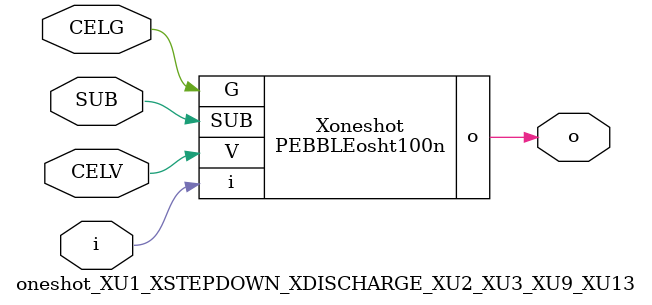
<source format=v>



module PEBBLEosht100n ( o, V, G, i, SUB );

  input V;
  input i;
  input G;
  output o;
  input SUB;
endmodule

//Celera Confidential Do Not Copy oneshot_XU1_XSTEPDOWN_XDISCHARGE_XU2_XU3_XU9_XU13
//Celera Confidential Symbol Generator
//One Shot100ns OneShot - Bad Designer!!
module oneshot_XU1_XSTEPDOWN_XDISCHARGE_XU2_XU3_XU9_XU13 (CELV,CELG,i,o,SUB);
input CELV;
input CELG;
input i;
input SUB;
output o;

//Celera Confidential Do Not Copy oneshot
PEBBLEosht100n Xoneshot(
.V (CELV),
.i (i),
.o (o),
.SUB (SUB),
.G (CELG)
);
//,diesize,PEBBLEosht100n

//Celera Confidential Do Not Copy Module End
//Celera Schematic Generator
endmodule

</source>
